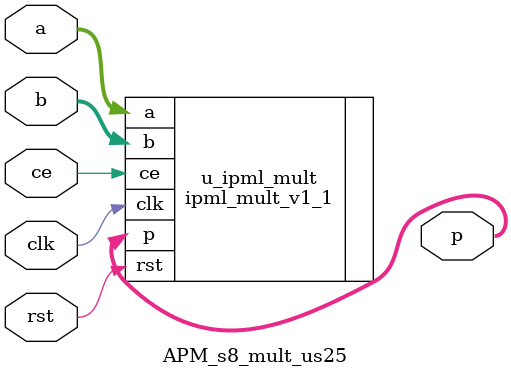
<source format=v>


module APM_s8_mult_us25
( 
     ce  ,
     rst ,
     clk ,
     a   ,
     b   ,
     p
);



localparam ASIZE = 8 ; //@IPC int 2,72

localparam BSIZE = 25 ; //@IPC int 2,72

localparam A_SIGNED = 1 ; //@IPC enum 0,1

localparam B_SIGNED = 0 ; //@IPC enum 0,1

localparam ASYNC_RST = 1 ; //@IPC enum 0,1

localparam OPTIMAL_TIMING = 0 ; //@IPC enum 0,1

localparam INREG_EN = 0 ; //@IPC enum 0,1

localparam PIPEREG_EN_1 = 0 ; //@IPC enum 0,1

localparam PIPEREG_EN_2 = 0 ; //@IPC enum 0,1

localparam PIPEREG_EN_3 = 0 ; //@IPC enum 0,1

localparam OUTREG_EN = 0 ; //@IPC enum 0,1

//tmp variable for ipc purpose 

localparam PIPE_STATUS = 0 ; //@IPC enum 0,1,2,3,4,5

localparam ASYNC_RST_BOOL = 1 ; //@IPC bool

localparam OPTIMAL_TIMING_BOOL = 0 ; //@IPC bool

//end of tmp variable
localparam  GRS_EN       = "FALSE"         ;  

localparam  PSIZE = ASIZE + BSIZE          ;  

input                 ce  ;
input                 rst ;
input                 clk ;
input  [ASIZE-1:0]    a   ;
input  [BSIZE-1:0]    b   ;
output [PSIZE-1:0]    p   ;

ipml_mult_v1_1
    #(  
    .ASIZE           ( ASIZE            ),
    .BSIZE           ( BSIZE            ),
    .OPTIMAL_TIMING  ( OPTIMAL_TIMING   ),    
    .INREG_EN        ( INREG_EN         ),    
    .PIPEREG_EN_1    ( PIPEREG_EN_1     ),     
    .PIPEREG_EN_2    ( PIPEREG_EN_2     ),
    .PIPEREG_EN_3    ( PIPEREG_EN_3     ),
    .OUTREG_EN       ( OUTREG_EN        ),
    .GRS_EN          ( GRS_EN           ),  
    .A_SIGNED        ( A_SIGNED         ),     
    .B_SIGNED        ( B_SIGNED         ),     
    .ASYNC_RST       ( ASYNC_RST        )      
    )u_ipml_mult
    (
    .ce              ( ce     ),
    .rst             ( rst    ),
    .clk             ( clk    ),
    .a               ( a      ),
    .b               ( b      ),
    .p               ( p      )
    );

endmodule


</source>
